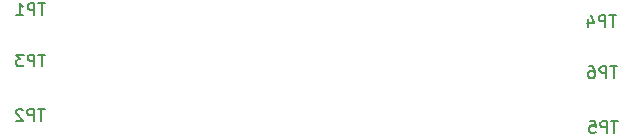
<source format=gbr>
G04 #@! TF.GenerationSoftware,KiCad,Pcbnew,(6.0.10)*
G04 #@! TF.CreationDate,2022-12-31T14:29:49-08:00*
G04 #@! TF.ProjectId,corne-ultralight,636f726e-652d-4756-9c74-72616c696768,2.0*
G04 #@! TF.SameCoordinates,Original*
G04 #@! TF.FileFunction,AssemblyDrawing,Bot*
%FSLAX46Y46*%
G04 Gerber Fmt 4.6, Leading zero omitted, Abs format (unit mm)*
G04 Created by KiCad (PCBNEW (6.0.10)) date 2022-12-31 14:29:49*
%MOMM*%
%LPD*%
G01*
G04 APERTURE LIST*
%ADD10C,0.150000*%
G04 APERTURE END LIST*
D10*
X127499404Y-48349380D02*
X126927976Y-48349380D01*
X127213690Y-49349380D02*
X127213690Y-48349380D01*
X126594642Y-49349380D02*
X126594642Y-48349380D01*
X126213690Y-48349380D01*
X126118452Y-48397000D01*
X126070833Y-48444619D01*
X126023214Y-48539857D01*
X126023214Y-48682714D01*
X126070833Y-48777952D01*
X126118452Y-48825571D01*
X126213690Y-48873190D01*
X126594642Y-48873190D01*
X125642261Y-48444619D02*
X125594642Y-48397000D01*
X125499404Y-48349380D01*
X125261309Y-48349380D01*
X125166071Y-48397000D01*
X125118452Y-48444619D01*
X125070833Y-48539857D01*
X125070833Y-48635095D01*
X125118452Y-48777952D01*
X125689880Y-49349380D01*
X125070833Y-49349380D01*
X127499404Y-48347380D02*
X126927976Y-48347380D01*
X127213690Y-49347380D02*
X127213690Y-48347380D01*
X126594642Y-49347380D02*
X126594642Y-48347380D01*
X126213690Y-48347380D01*
X126118452Y-48395000D01*
X126070833Y-48442619D01*
X126023214Y-48537857D01*
X126023214Y-48680714D01*
X126070833Y-48775952D01*
X126118452Y-48823571D01*
X126213690Y-48871190D01*
X126594642Y-48871190D01*
X125642261Y-48442619D02*
X125594642Y-48395000D01*
X125499404Y-48347380D01*
X125261309Y-48347380D01*
X125166071Y-48395000D01*
X125118452Y-48442619D01*
X125070833Y-48537857D01*
X125070833Y-48633095D01*
X125118452Y-48775952D01*
X125689880Y-49347380D01*
X125070833Y-49347380D01*
X176024404Y-49349380D02*
X175452976Y-49349380D01*
X175738690Y-50349380D02*
X175738690Y-49349380D01*
X175119642Y-50349380D02*
X175119642Y-49349380D01*
X174738690Y-49349380D01*
X174643452Y-49397000D01*
X174595833Y-49444619D01*
X174548214Y-49539857D01*
X174548214Y-49682714D01*
X174595833Y-49777952D01*
X174643452Y-49825571D01*
X174738690Y-49873190D01*
X175119642Y-49873190D01*
X173643452Y-49349380D02*
X174119642Y-49349380D01*
X174167261Y-49825571D01*
X174119642Y-49777952D01*
X174024404Y-49730333D01*
X173786309Y-49730333D01*
X173691071Y-49777952D01*
X173643452Y-49825571D01*
X173595833Y-49920809D01*
X173595833Y-50158904D01*
X173643452Y-50254142D01*
X173691071Y-50301761D01*
X173786309Y-50349380D01*
X174024404Y-50349380D01*
X174119642Y-50301761D01*
X174167261Y-50254142D01*
X176024404Y-49347380D02*
X175452976Y-49347380D01*
X175738690Y-50347380D02*
X175738690Y-49347380D01*
X175119642Y-50347380D02*
X175119642Y-49347380D01*
X174738690Y-49347380D01*
X174643452Y-49395000D01*
X174595833Y-49442619D01*
X174548214Y-49537857D01*
X174548214Y-49680714D01*
X174595833Y-49775952D01*
X174643452Y-49823571D01*
X174738690Y-49871190D01*
X175119642Y-49871190D01*
X173643452Y-49347380D02*
X174119642Y-49347380D01*
X174167261Y-49823571D01*
X174119642Y-49775952D01*
X174024404Y-49728333D01*
X173786309Y-49728333D01*
X173691071Y-49775952D01*
X173643452Y-49823571D01*
X173595833Y-49918809D01*
X173595833Y-50156904D01*
X173643452Y-50252142D01*
X173691071Y-50299761D01*
X173786309Y-50347380D01*
X174024404Y-50347380D01*
X174119642Y-50299761D01*
X174167261Y-50252142D01*
X175874404Y-40399380D02*
X175302976Y-40399380D01*
X175588690Y-41399380D02*
X175588690Y-40399380D01*
X174969642Y-41399380D02*
X174969642Y-40399380D01*
X174588690Y-40399380D01*
X174493452Y-40447000D01*
X174445833Y-40494619D01*
X174398214Y-40589857D01*
X174398214Y-40732714D01*
X174445833Y-40827952D01*
X174493452Y-40875571D01*
X174588690Y-40923190D01*
X174969642Y-40923190D01*
X173541071Y-40732714D02*
X173541071Y-41399380D01*
X173779166Y-40351761D02*
X174017261Y-41066047D01*
X173398214Y-41066047D01*
X175874404Y-40397380D02*
X175302976Y-40397380D01*
X175588690Y-41397380D02*
X175588690Y-40397380D01*
X174969642Y-41397380D02*
X174969642Y-40397380D01*
X174588690Y-40397380D01*
X174493452Y-40445000D01*
X174445833Y-40492619D01*
X174398214Y-40587857D01*
X174398214Y-40730714D01*
X174445833Y-40825952D01*
X174493452Y-40873571D01*
X174588690Y-40921190D01*
X174969642Y-40921190D01*
X173541071Y-40730714D02*
X173541071Y-41397380D01*
X173779166Y-40349761D02*
X174017261Y-41064047D01*
X173398214Y-41064047D01*
X175949404Y-44724380D02*
X175377976Y-44724380D01*
X175663690Y-45724380D02*
X175663690Y-44724380D01*
X175044642Y-45724380D02*
X175044642Y-44724380D01*
X174663690Y-44724380D01*
X174568452Y-44772000D01*
X174520833Y-44819619D01*
X174473214Y-44914857D01*
X174473214Y-45057714D01*
X174520833Y-45152952D01*
X174568452Y-45200571D01*
X174663690Y-45248190D01*
X175044642Y-45248190D01*
X173616071Y-44724380D02*
X173806547Y-44724380D01*
X173901785Y-44772000D01*
X173949404Y-44819619D01*
X174044642Y-44962476D01*
X174092261Y-45152952D01*
X174092261Y-45533904D01*
X174044642Y-45629142D01*
X173997023Y-45676761D01*
X173901785Y-45724380D01*
X173711309Y-45724380D01*
X173616071Y-45676761D01*
X173568452Y-45629142D01*
X173520833Y-45533904D01*
X173520833Y-45295809D01*
X173568452Y-45200571D01*
X173616071Y-45152952D01*
X173711309Y-45105333D01*
X173901785Y-45105333D01*
X173997023Y-45152952D01*
X174044642Y-45200571D01*
X174092261Y-45295809D01*
X175949404Y-44722380D02*
X175377976Y-44722380D01*
X175663690Y-45722380D02*
X175663690Y-44722380D01*
X175044642Y-45722380D02*
X175044642Y-44722380D01*
X174663690Y-44722380D01*
X174568452Y-44770000D01*
X174520833Y-44817619D01*
X174473214Y-44912857D01*
X174473214Y-45055714D01*
X174520833Y-45150952D01*
X174568452Y-45198571D01*
X174663690Y-45246190D01*
X175044642Y-45246190D01*
X173616071Y-44722380D02*
X173806547Y-44722380D01*
X173901785Y-44770000D01*
X173949404Y-44817619D01*
X174044642Y-44960476D01*
X174092261Y-45150952D01*
X174092261Y-45531904D01*
X174044642Y-45627142D01*
X173997023Y-45674761D01*
X173901785Y-45722380D01*
X173711309Y-45722380D01*
X173616071Y-45674761D01*
X173568452Y-45627142D01*
X173520833Y-45531904D01*
X173520833Y-45293809D01*
X173568452Y-45198571D01*
X173616071Y-45150952D01*
X173711309Y-45103333D01*
X173901785Y-45103333D01*
X173997023Y-45150952D01*
X174044642Y-45198571D01*
X174092261Y-45293809D01*
X127524404Y-39399380D02*
X126952976Y-39399380D01*
X127238690Y-40399380D02*
X127238690Y-39399380D01*
X126619642Y-40399380D02*
X126619642Y-39399380D01*
X126238690Y-39399380D01*
X126143452Y-39447000D01*
X126095833Y-39494619D01*
X126048214Y-39589857D01*
X126048214Y-39732714D01*
X126095833Y-39827952D01*
X126143452Y-39875571D01*
X126238690Y-39923190D01*
X126619642Y-39923190D01*
X125095833Y-40399380D02*
X125667261Y-40399380D01*
X125381547Y-40399380D02*
X125381547Y-39399380D01*
X125476785Y-39542238D01*
X125572023Y-39637476D01*
X125667261Y-39685095D01*
X127524404Y-39397380D02*
X126952976Y-39397380D01*
X127238690Y-40397380D02*
X127238690Y-39397380D01*
X126619642Y-40397380D02*
X126619642Y-39397380D01*
X126238690Y-39397380D01*
X126143452Y-39445000D01*
X126095833Y-39492619D01*
X126048214Y-39587857D01*
X126048214Y-39730714D01*
X126095833Y-39825952D01*
X126143452Y-39873571D01*
X126238690Y-39921190D01*
X126619642Y-39921190D01*
X125095833Y-40397380D02*
X125667261Y-40397380D01*
X125381547Y-40397380D02*
X125381547Y-39397380D01*
X125476785Y-39540238D01*
X125572023Y-39635476D01*
X125667261Y-39683095D01*
X127524404Y-43724380D02*
X126952976Y-43724380D01*
X127238690Y-44724380D02*
X127238690Y-43724380D01*
X126619642Y-44724380D02*
X126619642Y-43724380D01*
X126238690Y-43724380D01*
X126143452Y-43772000D01*
X126095833Y-43819619D01*
X126048214Y-43914857D01*
X126048214Y-44057714D01*
X126095833Y-44152952D01*
X126143452Y-44200571D01*
X126238690Y-44248190D01*
X126619642Y-44248190D01*
X125714880Y-43724380D02*
X125095833Y-43724380D01*
X125429166Y-44105333D01*
X125286309Y-44105333D01*
X125191071Y-44152952D01*
X125143452Y-44200571D01*
X125095833Y-44295809D01*
X125095833Y-44533904D01*
X125143452Y-44629142D01*
X125191071Y-44676761D01*
X125286309Y-44724380D01*
X125572023Y-44724380D01*
X125667261Y-44676761D01*
X125714880Y-44629142D01*
X127524404Y-43722380D02*
X126952976Y-43722380D01*
X127238690Y-44722380D02*
X127238690Y-43722380D01*
X126619642Y-44722380D02*
X126619642Y-43722380D01*
X126238690Y-43722380D01*
X126143452Y-43770000D01*
X126095833Y-43817619D01*
X126048214Y-43912857D01*
X126048214Y-44055714D01*
X126095833Y-44150952D01*
X126143452Y-44198571D01*
X126238690Y-44246190D01*
X126619642Y-44246190D01*
X125714880Y-43722380D02*
X125095833Y-43722380D01*
X125429166Y-44103333D01*
X125286309Y-44103333D01*
X125191071Y-44150952D01*
X125143452Y-44198571D01*
X125095833Y-44293809D01*
X125095833Y-44531904D01*
X125143452Y-44627142D01*
X125191071Y-44674761D01*
X125286309Y-44722380D01*
X125572023Y-44722380D01*
X125667261Y-44674761D01*
X125714880Y-44627142D01*
M02*

</source>
